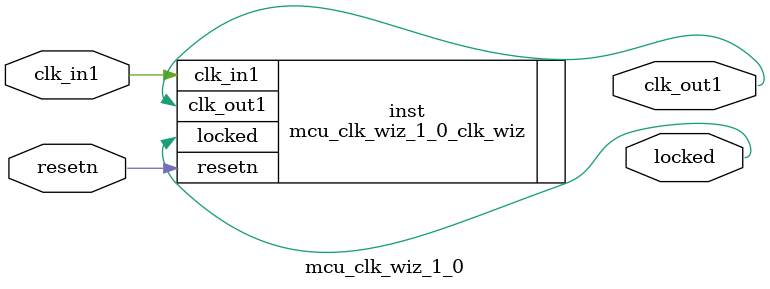
<source format=v>


`timescale 1ps/1ps

(* CORE_GENERATION_INFO = "mcu_clk_wiz_1_0,clk_wiz_v5_3_0,{component_name=mcu_clk_wiz_1_0,use_phase_alignment=true,use_min_o_jitter=false,use_max_i_jitter=false,use_dyn_phase_shift=false,use_inclk_switchover=false,use_dyn_reconfig=false,enable_axi=0,feedback_source=FDBK_AUTO,PRIMITIVE=MMCM,num_out_clk=1,clkin1_period=10.0,clkin2_period=10.0,use_power_down=false,use_reset=true,use_locked=true,use_inclk_stopped=false,feedback_type=SINGLE,CLOCK_MGR_TYPE=NA,manual_override=false}" *)

module mcu_clk_wiz_1_0 
 (
 // Clock in ports
  input         clk_in1,
  // Clock out ports
  output        clk_out1,
  // Status and control signals
  input         resetn,
  output        locked
 );

  mcu_clk_wiz_1_0_clk_wiz inst
  (
 // Clock in ports
  .clk_in1(clk_in1),
  // Clock out ports  
  .clk_out1(clk_out1),
  // Status and control signals               
  .resetn(resetn), 
  .locked(locked)            
  );

endmodule

</source>
